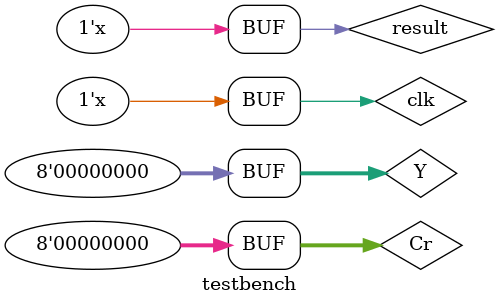
<source format=v>
`timescale 1ps /1ps
module testbench;
	reg clk;
	reg [7:0] Y = 8'h00;
	reg [7:0] Cr = 8'h00;

	// wire [15:0] result;
	wire result;

	// transCr uut(
	// 	.clk(clk),
	// 	.rst_n(),
	// 	.Y(Y),
	// 	.Cr(Cr),
	// 	.result(result));

	always begin
		#1 clk = ~clk;
	end

	assign result = clk;

endmodule

</source>
